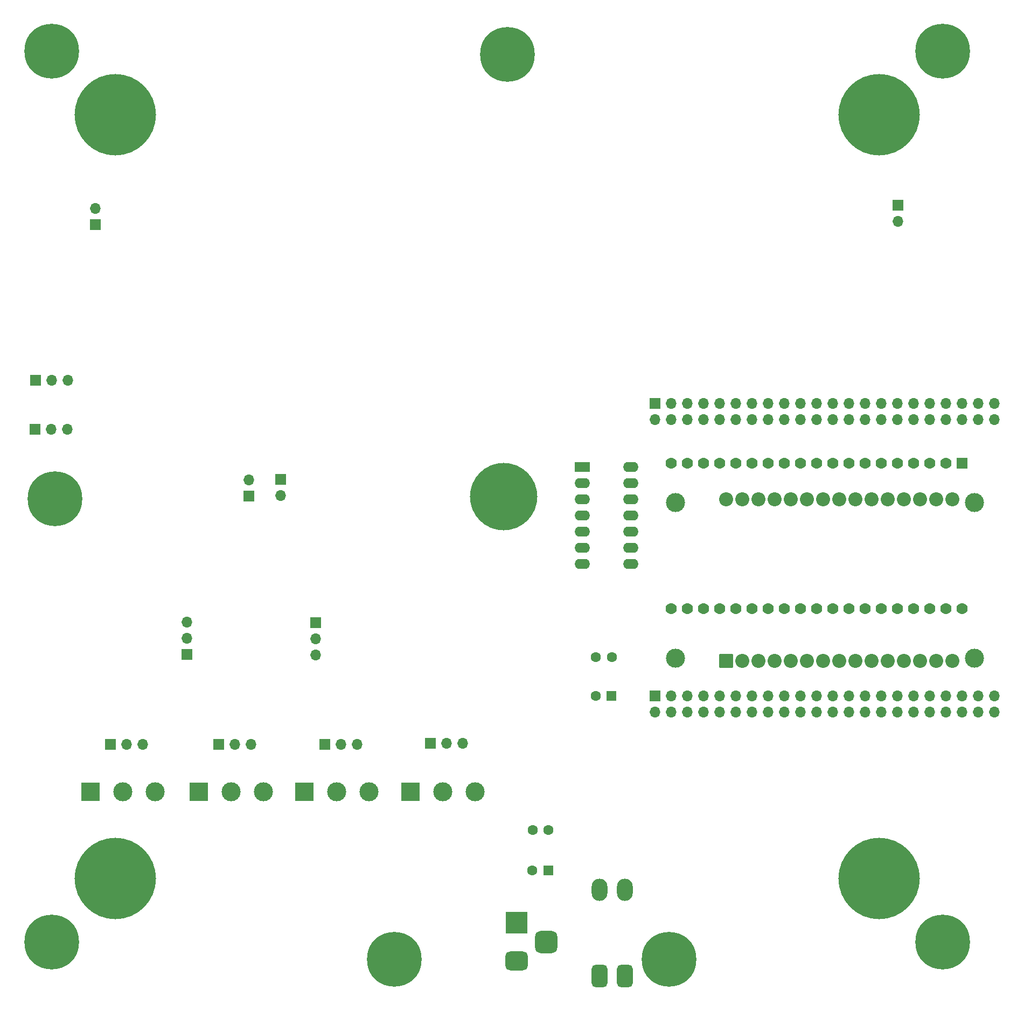
<source format=gbs>
G04 #@! TF.GenerationSoftware,KiCad,Pcbnew,7.0.10-1.fc39*
G04 #@! TF.CreationDate,2024-01-08T15:06:23-05:00*
G04 #@! TF.ProjectId,SYSMATT-WS2812-MATRIX-CARRIER,5359534d-4154-4542-9d57-53323831322d,rev?*
G04 #@! TF.SameCoordinates,Original*
G04 #@! TF.FileFunction,Soldermask,Bot*
G04 #@! TF.FilePolarity,Negative*
%FSLAX46Y46*%
G04 Gerber Fmt 4.6, Leading zero omitted, Abs format (unit mm)*
G04 Created by KiCad (PCBNEW 7.0.10-1.fc39) date 2024-01-08 15:06:23*
%MOMM*%
%LPD*%
G01*
G04 APERTURE LIST*
G04 Aperture macros list*
%AMRoundRect*
0 Rectangle with rounded corners*
0 $1 Rounding radius*
0 $2 $3 $4 $5 $6 $7 $8 $9 X,Y pos of 4 corners*
0 Add a 4 corners polygon primitive as box body*
4,1,4,$2,$3,$4,$5,$6,$7,$8,$9,$2,$3,0*
0 Add four circle primitives for the rounded corners*
1,1,$1+$1,$2,$3*
1,1,$1+$1,$4,$5*
1,1,$1+$1,$6,$7*
1,1,$1+$1,$8,$9*
0 Add four rect primitives between the rounded corners*
20,1,$1+$1,$2,$3,$4,$5,0*
20,1,$1+$1,$4,$5,$6,$7,0*
20,1,$1+$1,$6,$7,$8,$9,0*
20,1,$1+$1,$8,$9,$2,$3,0*%
G04 Aperture macros list end*
%ADD10C,1.600000*%
%ADD11C,12.800000*%
%ADD12C,8.600000*%
%ADD13R,1.700000X1.700000*%
%ADD14O,1.700000X1.700000*%
%ADD15R,1.600000X1.600000*%
%ADD16R,3.000000X3.000000*%
%ADD17C,3.000000*%
%ADD18R,3.500000X3.500000*%
%ADD19RoundRect,0.750000X1.000000X-0.750000X1.000000X0.750000X-1.000000X0.750000X-1.000000X-0.750000X0*%
%ADD20RoundRect,0.875000X0.875000X-0.875000X0.875000X0.875000X-0.875000X0.875000X-0.875000X-0.875000X0*%
%ADD21R,2.400000X1.600000*%
%ADD22O,2.400000X1.600000*%
%ADD23RoundRect,0.625000X0.625000X-1.125000X0.625000X1.125000X-0.625000X1.125000X-0.625000X-1.125000X0*%
%ADD24O,2.500000X3.500000*%
%ADD25C,10.600000*%
%ADD26RoundRect,0.102000X1.000000X-1.000000X1.000000X1.000000X-1.000000X1.000000X-1.000000X-1.000000X0*%
%ADD27C,2.204000*%
%ADD28RoundRect,0.102000X-0.780000X0.780000X-0.780000X-0.780000X0.780000X-0.780000X0.780000X0.780000X0*%
%ADD29C,1.764000*%
G04 APERTURE END LIST*
D10*
X108077000Y-152400000D03*
X105577000Y-152400000D03*
D11*
X160000000Y-40000000D03*
D12*
X101600000Y-30480000D03*
D13*
X163011000Y-54224000D03*
D14*
X163011000Y-56764000D03*
D13*
X124841000Y-85344000D03*
D14*
X124841000Y-87884000D03*
X127381000Y-85344000D03*
X127381000Y-87884000D03*
X129921000Y-85344000D03*
X129921000Y-87884000D03*
X132461000Y-85344000D03*
X132461000Y-87884000D03*
X135001000Y-85344000D03*
X135001000Y-87884000D03*
X137541000Y-85344000D03*
X137541000Y-87884000D03*
X140081000Y-85344000D03*
X140081000Y-87884000D03*
X142621000Y-85344000D03*
X142621000Y-87884000D03*
X145161000Y-85344000D03*
X145161000Y-87884000D03*
X147701000Y-85344000D03*
X147701000Y-87884000D03*
X150241000Y-85344000D03*
X150241000Y-87884000D03*
X152781000Y-85344000D03*
X152781000Y-87884000D03*
X155321000Y-85344000D03*
X155321000Y-87884000D03*
X157861000Y-85344000D03*
X157861000Y-87884000D03*
X160401000Y-85344000D03*
X160401000Y-87884000D03*
X162941000Y-85344000D03*
X162941000Y-87884000D03*
X165481000Y-85344000D03*
X165481000Y-87884000D03*
X168021000Y-85344000D03*
X168021000Y-87884000D03*
X170561000Y-85344000D03*
X170561000Y-87884000D03*
X173101000Y-85344000D03*
X173101000Y-87884000D03*
X175641000Y-85344000D03*
X175641000Y-87884000D03*
X178181000Y-85344000D03*
X178181000Y-87884000D03*
D13*
X27386409Y-89433000D03*
D14*
X29926409Y-89433000D03*
X32466409Y-89433000D03*
D13*
X89535000Y-138811000D03*
D14*
X92075000Y-138811000D03*
X94615000Y-138811000D03*
D15*
X117983000Y-131318000D03*
D10*
X115483000Y-131318000D03*
D16*
X36068000Y-146431000D03*
D17*
X41148000Y-146431000D03*
X46228000Y-146431000D03*
D18*
X103042500Y-167000000D03*
D19*
X103042500Y-173000000D03*
D20*
X107742500Y-170000000D03*
D13*
X27416409Y-81763000D03*
D14*
X29956409Y-81763000D03*
X32496409Y-81763000D03*
D13*
X60960000Y-99949000D03*
D14*
X60960000Y-97409000D03*
D13*
X51259000Y-124839000D03*
D14*
X51259000Y-122299000D03*
X51259000Y-119759000D03*
D21*
X113411000Y-95377000D03*
D22*
X113411000Y-97917000D03*
X113411000Y-100457000D03*
X113411000Y-102997000D03*
X113411000Y-105537000D03*
X113411000Y-108077000D03*
X113411000Y-110617000D03*
X121031000Y-110617000D03*
X121031000Y-108077000D03*
X121031000Y-105537000D03*
X121031000Y-102997000D03*
X121031000Y-100457000D03*
X121031000Y-97917000D03*
X121031000Y-95377000D03*
D15*
X108037000Y-158750000D03*
D10*
X105537000Y-158750000D03*
D11*
X40000000Y-40000000D03*
D12*
X170000000Y-170000000D03*
D23*
X116060000Y-175335000D03*
X120060000Y-175335000D03*
D24*
X116060000Y-161835000D03*
X120060000Y-161835000D03*
D12*
X83820000Y-172720000D03*
D13*
X65983000Y-97277000D03*
D14*
X65983000Y-99817000D03*
D13*
X36887000Y-57282000D03*
D14*
X36887000Y-54742000D03*
D16*
X86360000Y-146431000D03*
D17*
X91440000Y-146431000D03*
X96520000Y-146431000D03*
D12*
X127000000Y-172720000D03*
D13*
X56261000Y-138938000D03*
D14*
X58801000Y-138938000D03*
X61341000Y-138938000D03*
D12*
X170000000Y-30000000D03*
D25*
X101000000Y-100000000D03*
D17*
X128056999Y-125437000D03*
X175006999Y-125437000D03*
X128056999Y-100927000D03*
X175006999Y-100927000D03*
D26*
X136016999Y-125857000D03*
D27*
X138556999Y-125857000D03*
X141096999Y-125857000D03*
X143636999Y-125857000D03*
X146176999Y-125857000D03*
X148716999Y-125857000D03*
X151256999Y-125857000D03*
X153796999Y-125857000D03*
X156336999Y-125857000D03*
X158876999Y-125857000D03*
X161416999Y-125857000D03*
X163956999Y-125857000D03*
X166496999Y-125857000D03*
X169036999Y-125857000D03*
X171576999Y-125857000D03*
X171576999Y-100457000D03*
X169036999Y-100457000D03*
X166496999Y-100457000D03*
X163956999Y-100457000D03*
X161416999Y-100457000D03*
X158876999Y-100457000D03*
X156336999Y-100457000D03*
X153796999Y-100457000D03*
X151256999Y-100457000D03*
X148716999Y-100457000D03*
X146176999Y-100457000D03*
X143636999Y-100457000D03*
X141096999Y-100457000D03*
X138556999Y-100457000D03*
X136016999Y-100457000D03*
D16*
X69723000Y-146431000D03*
D17*
X74803000Y-146431000D03*
X79883000Y-146431000D03*
D13*
X39243000Y-138938000D03*
D14*
X41783000Y-138938000D03*
X44323000Y-138938000D03*
D11*
X160000000Y-160000000D03*
D10*
X118023000Y-125222000D03*
X115523000Y-125222000D03*
D13*
X124841000Y-131318000D03*
D14*
X124841000Y-133858000D03*
X127381000Y-131318000D03*
X127381000Y-133858000D03*
X129921000Y-131318000D03*
X129921000Y-133858000D03*
X132461000Y-131318000D03*
X132461000Y-133858000D03*
X135001000Y-131318000D03*
X135001000Y-133858000D03*
X137541000Y-131318000D03*
X137541000Y-133858000D03*
X140081000Y-131318000D03*
X140081000Y-133858000D03*
X142621000Y-131318000D03*
X142621000Y-133858000D03*
X145161000Y-131318000D03*
X145161000Y-133858000D03*
X147701000Y-131318000D03*
X147701000Y-133858000D03*
X150241000Y-131318000D03*
X150241000Y-133858000D03*
X152781000Y-131318000D03*
X152781000Y-133858000D03*
X155321000Y-131318000D03*
X155321000Y-133858000D03*
X157861000Y-131318000D03*
X157861000Y-133858000D03*
X160401000Y-131318000D03*
X160401000Y-133858000D03*
X162941000Y-131318000D03*
X162941000Y-133858000D03*
X165481000Y-131318000D03*
X165481000Y-133858000D03*
X168021000Y-131318000D03*
X168021000Y-133858000D03*
X170561000Y-131318000D03*
X170561000Y-133858000D03*
X173101000Y-131318000D03*
X173101000Y-133858000D03*
X175641000Y-131318000D03*
X175641000Y-133858000D03*
X178181000Y-131318000D03*
X178181000Y-133858000D03*
D12*
X30000000Y-170000000D03*
D13*
X72898000Y-138938000D03*
D14*
X75438000Y-138938000D03*
X77978000Y-138938000D03*
D12*
X30000000Y-30000000D03*
D28*
X173100999Y-94742000D03*
D29*
X170560999Y-94742000D03*
X168020999Y-94742000D03*
X165480999Y-94742000D03*
X162940999Y-94742000D03*
X160400999Y-94742000D03*
X157860999Y-94742000D03*
X155320999Y-94742000D03*
X152780999Y-94742000D03*
X150240999Y-94742000D03*
X147700999Y-94742000D03*
X145160999Y-94742000D03*
X142620999Y-94742000D03*
X140080999Y-94742000D03*
X137540999Y-94742000D03*
X135000999Y-94742000D03*
X132460999Y-94742000D03*
X129920999Y-94742000D03*
X127380999Y-94742000D03*
X173100999Y-117602000D03*
X170560999Y-117602000D03*
X168020999Y-117602000D03*
X165480999Y-117602000D03*
X162940999Y-117602000D03*
X160400999Y-117602000D03*
X157860999Y-117602000D03*
X155320999Y-117602000D03*
X152780999Y-117602000D03*
X150240999Y-117602000D03*
X147700999Y-117602000D03*
X145160999Y-117602000D03*
X142620999Y-117602000D03*
X140080999Y-117602000D03*
X137540999Y-117602000D03*
X135000999Y-117602000D03*
X132460999Y-117602000D03*
X129920999Y-117602000D03*
X127380999Y-117602000D03*
D12*
X30480000Y-100330000D03*
D13*
X71509000Y-119789000D03*
D14*
X71509000Y-122329000D03*
X71509000Y-124869000D03*
D11*
X40000000Y-160000000D03*
D16*
X53086000Y-146431000D03*
D17*
X58166000Y-146431000D03*
X63246000Y-146431000D03*
M02*

</source>
